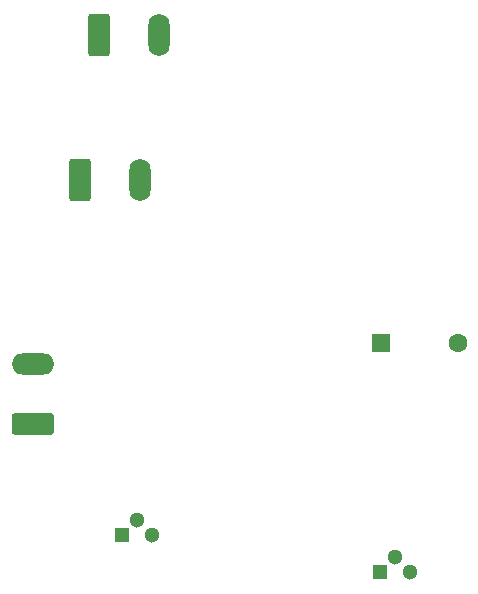
<source format=gbr>
G04 #@! TF.GenerationSoftware,KiCad,Pcbnew,9.0.4*
G04 #@! TF.CreationDate,2026-02-01T17:43:42+05:30*
G04 #@! TF.ProjectId,Classdamp ltversion,436c6173-7364-4616-9d70-206c74766572,rev?*
G04 #@! TF.SameCoordinates,Original*
G04 #@! TF.FileFunction,Soldermask,Bot*
G04 #@! TF.FilePolarity,Negative*
%FSLAX46Y46*%
G04 Gerber Fmt 4.6, Leading zero omitted, Abs format (unit mm)*
G04 Created by KiCad (PCBNEW 9.0.4) date 2026-02-01 17:43:42*
%MOMM*%
%LPD*%
G01*
G04 APERTURE LIST*
G04 Aperture macros list*
%AMRoundRect*
0 Rectangle with rounded corners*
0 $1 Rounding radius*
0 $2 $3 $4 $5 $6 $7 $8 $9 X,Y pos of 4 corners*
0 Add a 4 corners polygon primitive as box body*
4,1,4,$2,$3,$4,$5,$6,$7,$8,$9,$2,$3,0*
0 Add four circle primitives for the rounded corners*
1,1,$1+$1,$2,$3*
1,1,$1+$1,$4,$5*
1,1,$1+$1,$6,$7*
1,1,$1+$1,$8,$9*
0 Add four rect primitives between the rounded corners*
20,1,$1+$1,$2,$3,$4,$5,0*
20,1,$1+$1,$4,$5,$6,$7,0*
20,1,$1+$1,$6,$7,$8,$9,0*
20,1,$1+$1,$8,$9,$2,$3,0*%
G04 Aperture macros list end*
%ADD10RoundRect,0.250000X1.550000X-0.650000X1.550000X0.650000X-1.550000X0.650000X-1.550000X-0.650000X0*%
%ADD11O,3.600000X1.800000*%
%ADD12R,1.300000X1.300000*%
%ADD13C,1.300000*%
%ADD14RoundRect,0.250000X-0.650000X-1.550000X0.650000X-1.550000X0.650000X1.550000X-0.650000X1.550000X0*%
%ADD15O,1.800000X3.600000*%
%ADD16R,1.600000X1.600000*%
%ADD17C,1.600000*%
G04 APERTURE END LIST*
D10*
X124875000Y-99640000D03*
D11*
X124875000Y-94560000D03*
D12*
X132460000Y-109000000D03*
D13*
X133730000Y-107730000D03*
X135000000Y-109000000D03*
D14*
X128920000Y-79000000D03*
D15*
X134000000Y-79000000D03*
D16*
X154372500Y-92750000D03*
D17*
X160872500Y-92750000D03*
D12*
X154292500Y-112180000D03*
D13*
X155562500Y-110910000D03*
X156832500Y-112180000D03*
D14*
X130455000Y-66737500D03*
D15*
X135535000Y-66737500D03*
M02*

</source>
